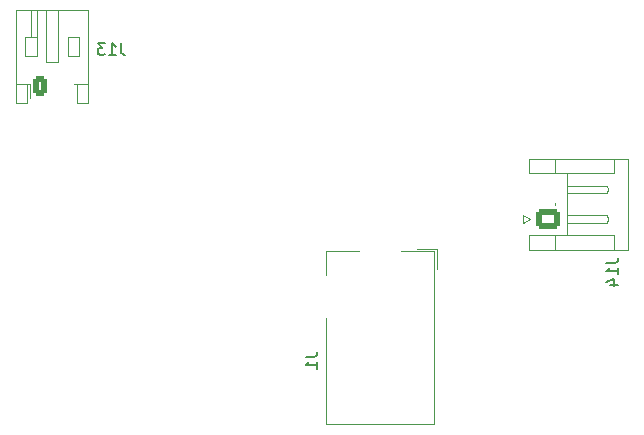
<source format=gbo>
%TF.GenerationSoftware,KiCad,Pcbnew,9.0.1*%
%TF.CreationDate,2025-06-05T12:59:17-07:00*%
%TF.ProjectId,chop_battery_board,63686f70-5f62-4617-9474-6572795f626f,rev?*%
%TF.SameCoordinates,Original*%
%TF.FileFunction,Legend,Bot*%
%TF.FilePolarity,Positive*%
%FSLAX46Y46*%
G04 Gerber Fmt 4.6, Leading zero omitted, Abs format (unit mm)*
G04 Created by KiCad (PCBNEW 9.0.1) date 2025-06-05 12:59:17*
%MOMM*%
%LPD*%
G01*
G04 APERTURE LIST*
G04 Aperture macros list*
%AMRoundRect*
0 Rectangle with rounded corners*
0 $1 Rounding radius*
0 $2 $3 $4 $5 $6 $7 $8 $9 X,Y pos of 4 corners*
0 Add a 4 corners polygon primitive as box body*
4,1,4,$2,$3,$4,$5,$6,$7,$8,$9,$2,$3,0*
0 Add four circle primitives for the rounded corners*
1,1,$1+$1,$2,$3*
1,1,$1+$1,$4,$5*
1,1,$1+$1,$6,$7*
1,1,$1+$1,$8,$9*
0 Add four rect primitives between the rounded corners*
20,1,$1+$1,$2,$3,$4,$5,0*
20,1,$1+$1,$4,$5,$6,$7,0*
20,1,$1+$1,$6,$7,$8,$9,0*
20,1,$1+$1,$8,$9,$2,$3,0*%
G04 Aperture macros list end*
%ADD10C,0.150000*%
%ADD11C,0.120000*%
%ADD12C,3.200000*%
%ADD13C,1.850000*%
%ADD14R,2.600000X2.600000*%
%ADD15C,2.600000*%
%ADD16RoundRect,0.250000X0.750000X-0.600000X0.750000X0.600000X-0.750000X0.600000X-0.750000X-0.600000X0*%
%ADD17O,2.000000X1.700000*%
%ADD18RoundRect,0.250000X-0.350000X-0.625000X0.350000X-0.625000X0.350000X0.625000X-0.350000X0.625000X0*%
%ADD19O,1.200000X1.750000*%
G04 APERTURE END LIST*
D10*
X182954819Y-133416666D02*
X183669104Y-133416666D01*
X183669104Y-133416666D02*
X183811961Y-133369047D01*
X183811961Y-133369047D02*
X183907200Y-133273809D01*
X183907200Y-133273809D02*
X183954819Y-133130952D01*
X183954819Y-133130952D02*
X183954819Y-133035714D01*
X183954819Y-134416666D02*
X183954819Y-133845238D01*
X183954819Y-134130952D02*
X182954819Y-134130952D01*
X182954819Y-134130952D02*
X183097676Y-134035714D01*
X183097676Y-134035714D02*
X183192914Y-133940476D01*
X183192914Y-133940476D02*
X183240533Y-133845238D01*
X208422319Y-125440476D02*
X209136604Y-125440476D01*
X209136604Y-125440476D02*
X209279461Y-125392857D01*
X209279461Y-125392857D02*
X209374700Y-125297619D01*
X209374700Y-125297619D02*
X209422319Y-125154762D01*
X209422319Y-125154762D02*
X209422319Y-125059524D01*
X209422319Y-126440476D02*
X209422319Y-125869048D01*
X209422319Y-126154762D02*
X208422319Y-126154762D01*
X208422319Y-126154762D02*
X208565176Y-126059524D01*
X208565176Y-126059524D02*
X208660414Y-125964286D01*
X208660414Y-125964286D02*
X208708033Y-125869048D01*
X208755652Y-127297619D02*
X209422319Y-127297619D01*
X208374700Y-127059524D02*
X209088985Y-126821429D01*
X209088985Y-126821429D02*
X209088985Y-127440476D01*
X167309523Y-106864819D02*
X167309523Y-107579104D01*
X167309523Y-107579104D02*
X167357142Y-107721961D01*
X167357142Y-107721961D02*
X167452380Y-107817200D01*
X167452380Y-107817200D02*
X167595237Y-107864819D01*
X167595237Y-107864819D02*
X167690475Y-107864819D01*
X166309523Y-107864819D02*
X166880951Y-107864819D01*
X166595237Y-107864819D02*
X166595237Y-106864819D01*
X166595237Y-106864819D02*
X166690475Y-107007676D01*
X166690475Y-107007676D02*
X166785713Y-107102914D01*
X166785713Y-107102914D02*
X166880951Y-107150533D01*
X165976189Y-106864819D02*
X165357142Y-106864819D01*
X165357142Y-106864819D02*
X165690475Y-107245771D01*
X165690475Y-107245771D02*
X165547618Y-107245771D01*
X165547618Y-107245771D02*
X165452380Y-107293390D01*
X165452380Y-107293390D02*
X165404761Y-107341009D01*
X165404761Y-107341009D02*
X165357142Y-107436247D01*
X165357142Y-107436247D02*
X165357142Y-107674342D01*
X165357142Y-107674342D02*
X165404761Y-107769580D01*
X165404761Y-107769580D02*
X165452380Y-107817200D01*
X165452380Y-107817200D02*
X165547618Y-107864819D01*
X165547618Y-107864819D02*
X165833332Y-107864819D01*
X165833332Y-107864819D02*
X165928570Y-107817200D01*
X165928570Y-107817200D02*
X165976189Y-107769580D01*
D11*
%TO.C,J1*%
X184650000Y-124500000D02*
X184650000Y-126500000D01*
X184650000Y-130100000D02*
X184650000Y-139100000D01*
X184650000Y-139100000D02*
X193850000Y-139100000D01*
X187450000Y-124500000D02*
X184650000Y-124500000D01*
X193850000Y-124500000D02*
X191050000Y-124500000D01*
X193850000Y-139100000D02*
X193850000Y-124500000D01*
X194090000Y-124260000D02*
X192350000Y-124260000D01*
X194090000Y-126000000D02*
X194090000Y-124260000D01*
%TO.C,J14*%
X201367500Y-121450000D02*
X201967500Y-121750000D01*
X201367500Y-122050000D02*
X201367500Y-121450000D01*
X201857500Y-116640000D02*
X201857500Y-117860000D01*
X201857500Y-117860000D02*
X204057500Y-117860000D01*
X201857500Y-123140000D02*
X201857500Y-124360000D01*
X201857500Y-124360000D02*
X210277500Y-124360000D01*
X201967500Y-121750000D02*
X201367500Y-122050000D01*
X204057500Y-117860000D02*
X204057500Y-116640000D01*
X204057500Y-120580000D02*
X204057500Y-120420000D01*
X204057500Y-123140000D02*
X201857500Y-123140000D01*
X204057500Y-123140000D02*
X204057500Y-124360000D01*
X205057500Y-118930000D02*
X205057500Y-119250000D01*
X205057500Y-119250000D02*
X205057500Y-119570000D01*
X205057500Y-119570000D02*
X208477500Y-119570000D01*
X205057500Y-121430000D02*
X205057500Y-121750000D01*
X205057500Y-121750000D02*
X205057500Y-122070000D01*
X205057500Y-122070000D02*
X208477500Y-122070000D01*
X205057500Y-123140000D02*
X205057500Y-117860000D01*
X208477500Y-118930000D02*
X205057500Y-118930000D01*
X208477500Y-119570000D02*
X208557500Y-119250000D01*
X208477500Y-121430000D02*
X205057500Y-121430000D01*
X208477500Y-122070000D02*
X208557500Y-121750000D01*
X208557500Y-119250000D02*
X208477500Y-118930000D01*
X208557500Y-121750000D02*
X208477500Y-121430000D01*
X209057500Y-116640000D02*
X209057500Y-117860000D01*
X209057500Y-117860000D02*
X204057500Y-117860000D01*
X209057500Y-123140000D02*
X204057500Y-123140000D01*
X209057500Y-124360000D02*
X209057500Y-123140000D01*
X210277500Y-116640000D02*
X201857500Y-116640000D01*
X210277500Y-124360000D02*
X210277500Y-116640000D01*
%TO.C,J13*%
X158440000Y-104090000D02*
X164560000Y-104090000D01*
X158440000Y-110310000D02*
X159360000Y-110310000D01*
X158440000Y-111910000D02*
X158440000Y-104090000D01*
X159200000Y-106350000D02*
X160200000Y-106350000D01*
X159200000Y-107950000D02*
X159200000Y-106350000D01*
X159360000Y-110310000D02*
X159360000Y-111910000D01*
X159360000Y-111910000D02*
X158440000Y-111910000D01*
X159640000Y-110310000D02*
X159360000Y-110310000D01*
X159640000Y-110310000D02*
X159640000Y-111525000D01*
X159700000Y-106350000D02*
X159700000Y-104090000D01*
X160200000Y-106350000D02*
X160200000Y-104090000D01*
X160200000Y-106350000D02*
X160200000Y-107950000D01*
X160200000Y-107950000D02*
X159200000Y-107950000D01*
X161000000Y-104090000D02*
X161000000Y-108450000D01*
X161000000Y-108450000D02*
X162000000Y-108450000D01*
X162000000Y-108450000D02*
X162000000Y-104090000D01*
X162800000Y-106350000D02*
X162800000Y-107950000D01*
X162800000Y-107950000D02*
X163800000Y-107950000D01*
X163640000Y-110310000D02*
X163360000Y-110310000D01*
X163640000Y-111910000D02*
X163640000Y-110310000D01*
X163800000Y-106350000D02*
X162800000Y-106350000D01*
X163800000Y-107950000D02*
X163800000Y-106350000D01*
X164560000Y-104090000D02*
X164560000Y-111910000D01*
X164560000Y-110310000D02*
X163640000Y-110310000D01*
X164560000Y-111910000D02*
X163640000Y-111910000D01*
%TD*%
%LPC*%
D12*
%TO.C,MK3*%
X147500000Y-132000000D03*
%TD*%
%TO.C,MK1*%
X147500000Y-110000000D03*
%TD*%
%TO.C,MK4*%
X204174000Y-132080000D03*
%TD*%
%TO.C,MK2*%
X204174000Y-110000000D03*
%TD*%
D13*
%TO.C,SW1*%
X157085000Y-117429706D03*
X157085000Y-122129706D03*
X157085000Y-126829706D03*
X161915000Y-126829706D03*
X161915000Y-122129706D03*
X161915000Y-117429706D03*
%TD*%
D14*
%TO.C,J1*%
X189250000Y-125300000D03*
D15*
X189250000Y-131300000D03*
X184550000Y-128300000D03*
%TD*%
D16*
%TO.C,J14*%
X203467500Y-121750000D03*
D17*
X203467500Y-119250000D03*
%TD*%
D18*
%TO.C,J13*%
X160500000Y-110450000D03*
D19*
X162500000Y-110450000D03*
%TD*%
%LPD*%
M02*

</source>
